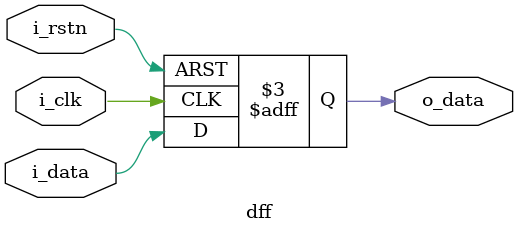
<source format=v>
module shift_register(
	input				i_clk,
	input				i_rstn,
	input				i_load,
	input		[7:0]	i_d,
	input 				i_s,
	output		[7:0]	o_q,	
	output				o_s
);

	wire		[7:0] 	w_out;

	mux2to1
	u_mux2to1_0(
		.i_sel				(i_load				),
		.i_data0			(i_s				),
		.i_data1			(i_d[0]				),
		.o_data				(w_out[0]			)
	);

	dff
	u_dff0(
		.i_clk				(i_clk				),
		.i_rstn				(i_rstn				),
		.i_data				(w_out[0]			),
		.o_data				(o_q[0]				)
	);

genvar i;
generate
	for(i = 0; i < 7; i = i + 1) begin
	mux2to1
	u_mux2to1(
		.i_sel				(i_load				),
		.i_data0			(o_q[i]				),
		.i_data1			(i_d[i+1]			),
		.o_data				(w_out[i+1]			)
	);
		dff
	u_dff(
		.i_clk				(i_clk				),
		.i_rstn				(i_rstn				),
		.i_data				(w_out[i+1]			),
		.o_data				(o_q[i+1]			)
	);
end
endgenerate

	assign o_s = o_q[7];

endmodule


module mux2to1(
	input		i_sel,
	input		i_data0,
	input		i_data1,
	output		o_data
);

assign o_data = (i_sel) ? i_data1 : i_data0;

endmodule

module dff(
	input			i_clk,
	input			i_rstn,
	input			i_data,
	output reg		o_data
);

always @(posedge i_clk or negedge i_rstn) begin
	if(!i_rstn) begin
		o_data <= 0;
	end
	else begin
		o_data <= i_data;
	end
end

endmodule

</source>
